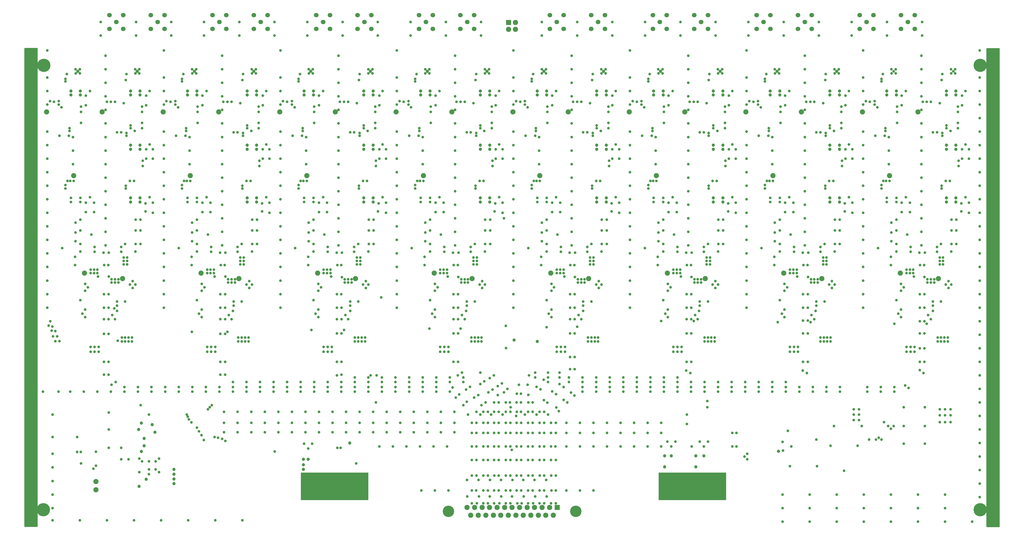
<source format=gbs>
G04 #@! TF.GenerationSoftware,KiCad,Pcbnew,(2017-12-06 revision 4e70e37f0)-master*
G04 #@! TF.CreationDate,2017-12-06T11:37:05-08:00*
G04 #@! TF.ProjectId,8CH_Amplifier,3843485F416D706C69666965722E6B69,rev?*
G04 #@! TF.SameCoordinates,Original*
G04 #@! TF.FileFunction,Soldermask,Bot*
G04 #@! TF.FilePolarity,Negative*
%FSLAX46Y46*%
G04 Gerber Fmt 4.6, Leading zero omitted, Abs format (unit mm)*
G04 Created by KiCad (PCBNEW (2017-12-06 revision 4e70e37f0)-master) date Wed Dec  6 11:37:05 2017*
%MOMM*%
%LPD*%
G01*
G04 APERTURE LIST*
%ADD10C,4.895800*%
%ADD11C,4.210000*%
%ADD12R,1.924000X1.924000*%
%ADD13C,1.924000*%
%ADD14C,1.700000*%
%ADD15C,1.900000*%
%ADD16R,5.080000X10.160000*%
%ADD17C,1.000000*%
%ADD18C,1.200000*%
%ADD19C,0.200000*%
G04 APERTURE END LIST*
D10*
X7280000Y-79566000D03*
X352720000Y-79566000D03*
X7120000Y-243650000D03*
X352720000Y-243650000D03*
D11*
X156474600Y-244230000D03*
X203515400Y-244230000D03*
D12*
X196606600Y-242807600D03*
D13*
X193838000Y-242807600D03*
X191069400Y-242807600D03*
X188300800Y-242807600D03*
X185532200Y-242807600D03*
X182763600Y-242807600D03*
X179995000Y-242807600D03*
X177226400Y-242807600D03*
X174457800Y-242807600D03*
X171689200Y-242807600D03*
X168920600Y-242807600D03*
X166152000Y-242807600D03*
X163383400Y-242807600D03*
X195222300Y-245652400D03*
X192453700Y-245652400D03*
X189685100Y-245652400D03*
X186916500Y-245652400D03*
X184147900Y-245652400D03*
X181379300Y-245652400D03*
X178610700Y-245652400D03*
X175842100Y-245652400D03*
X173073500Y-245652400D03*
X170304900Y-245652400D03*
X167536300Y-245652400D03*
X164767700Y-245652400D03*
D14*
X110250000Y-63500000D03*
X107710000Y-60960000D03*
X112790000Y-60960000D03*
X112790000Y-66040000D03*
X107710000Y-66040000D03*
X72000000Y-63500000D03*
X69460000Y-60960000D03*
X74540000Y-60960000D03*
X74540000Y-66040000D03*
X69460000Y-66040000D03*
X87250000Y-63500000D03*
X84710000Y-60960000D03*
X89790000Y-60960000D03*
X89790000Y-66040000D03*
X84710000Y-66040000D03*
X125500000Y-63500000D03*
X122960000Y-60960000D03*
X128040000Y-60960000D03*
X128040000Y-66040000D03*
X122960000Y-66040000D03*
X148250000Y-63500000D03*
X145710000Y-60960000D03*
X150790000Y-60960000D03*
X150790000Y-66040000D03*
X145710000Y-66040000D03*
X163500000Y-63500000D03*
X160960000Y-60960000D03*
X166040000Y-60960000D03*
X166040000Y-66040000D03*
X160960000Y-66040000D03*
X211750000Y-63500000D03*
X209210000Y-60960000D03*
X214290000Y-60960000D03*
X214290000Y-66040000D03*
X209210000Y-66040000D03*
X234500000Y-63500000D03*
X231960000Y-60960000D03*
X237040000Y-60960000D03*
X237040000Y-66040000D03*
X231960000Y-66040000D03*
X249750000Y-63500000D03*
X247210000Y-60960000D03*
X252290000Y-60960000D03*
X252290000Y-66040000D03*
X247210000Y-66040000D03*
X272750000Y-63500000D03*
X270210000Y-60960000D03*
X275290000Y-60960000D03*
X275290000Y-66040000D03*
X270210000Y-66040000D03*
X288000000Y-63500000D03*
X285460000Y-60960000D03*
X290540000Y-60960000D03*
X290540000Y-66040000D03*
X285460000Y-66040000D03*
X310750000Y-63500000D03*
X308210000Y-60960000D03*
X313290000Y-60960000D03*
X313290000Y-66040000D03*
X308210000Y-66040000D03*
X326000000Y-63500000D03*
X323460000Y-60960000D03*
X328540000Y-60960000D03*
X328540000Y-66040000D03*
X323460000Y-66040000D03*
X196500000Y-63500000D03*
X193960000Y-60960000D03*
X199040000Y-60960000D03*
X199040000Y-66040000D03*
X193960000Y-66040000D03*
X34000000Y-63500000D03*
X31460000Y-60960000D03*
X36540000Y-60960000D03*
X36540000Y-66040000D03*
X31460000Y-66040000D03*
X49250000Y-63500000D03*
X46710000Y-60960000D03*
X51790000Y-60960000D03*
X51790000Y-66040000D03*
X46710000Y-66040000D03*
D15*
X309250000Y-96750000D03*
X94250000Y-96750000D03*
X180350000Y-96750000D03*
X329750000Y-96750000D03*
X28750000Y-96750000D03*
X286750000Y-96750000D03*
X51250000Y-96750000D03*
X8250000Y-96750000D03*
X200750000Y-96750000D03*
X137250000Y-96750000D03*
X266250000Y-96750000D03*
X71750000Y-96750000D03*
X243750000Y-96750000D03*
X157750000Y-96750000D03*
X114750000Y-96750000D03*
X223250000Y-96750000D03*
X233250000Y-120250000D03*
X276250000Y-120250000D03*
X319250000Y-120250000D03*
X18250000Y-120250000D03*
X190250000Y-120250000D03*
X61250000Y-120250000D03*
X147250000Y-120250000D03*
X104250000Y-120250000D03*
X194250000Y-156250000D03*
X208250000Y-158250000D03*
X323250000Y-156250000D03*
X337250000Y-158250000D03*
X151250000Y-156250000D03*
X165250000Y-158250000D03*
X280250000Y-156250000D03*
X294250000Y-158250000D03*
X108250000Y-156250000D03*
X65250000Y-156250000D03*
X237250000Y-156250000D03*
X79250000Y-158250000D03*
X251250000Y-158250000D03*
X122250000Y-158250000D03*
D16*
X104600000Y-235000000D03*
X108560000Y-235000000D03*
X112520000Y-235000000D03*
X116480000Y-235000000D03*
X120440000Y-235000000D03*
X124400000Y-235000000D03*
X236600000Y-235000000D03*
X240560000Y-235000000D03*
X244520000Y-235000000D03*
X248480000Y-235000000D03*
X252440000Y-235000000D03*
X256400000Y-235000000D03*
D15*
X36250000Y-158250000D03*
X22250000Y-156250000D03*
D12*
X178730000Y-63730000D03*
D13*
X178730000Y-66270000D03*
X181270000Y-66270000D03*
X181270000Y-63730000D03*
D17*
X92400000Y-222126128D03*
X279800000Y-218600000D03*
X179900000Y-221500000D03*
X129750000Y-204000000D03*
X130000002Y-194000000D03*
X43000000Y-205000000D03*
D18*
X43251448Y-222126128D03*
D17*
X235000000Y-211500000D03*
X230000000Y-211500000D03*
X225000000Y-211500000D03*
X220000000Y-211500000D03*
X215000000Y-211500000D03*
X210000000Y-211500000D03*
X205000000Y-211500000D03*
X200000000Y-211500000D03*
X341750000Y-103750000D03*
X298750000Y-103750000D03*
X255750000Y-103750000D03*
X212750000Y-103750000D03*
X169750000Y-103750000D03*
X126750000Y-103750000D03*
X83750000Y-103750000D03*
X340250000Y-102750000D03*
X297250000Y-102750000D03*
X254250000Y-102750000D03*
X211250000Y-102750000D03*
X168250000Y-102750000D03*
X125250000Y-102750000D03*
X82250000Y-102750000D03*
X40750000Y-103750000D03*
X297500000Y-220000000D03*
X307500000Y-220000000D03*
X282500000Y-227500000D03*
X292500000Y-227500000D03*
X339750000Y-238000000D03*
X339750000Y-243000000D03*
X299750000Y-238000000D03*
X299750000Y-243000000D03*
X329750000Y-238000000D03*
X329750000Y-243000000D03*
X309750000Y-238000000D03*
X309750000Y-243000000D03*
X279750000Y-238000000D03*
X279750000Y-243000000D03*
X289750000Y-238000000D03*
X289750000Y-243000000D03*
X319750000Y-238000000D03*
X319750000Y-243000000D03*
X200000000Y-215250000D03*
X205000000Y-215250000D03*
X210000000Y-215250000D03*
X215000000Y-215250000D03*
X220000000Y-215250000D03*
X225000000Y-215250000D03*
X230000000Y-215250000D03*
X235000000Y-215250000D03*
X73750000Y-215000000D03*
X73750000Y-211500000D03*
X73750000Y-207500000D03*
X93750000Y-207500000D03*
X133750000Y-207500000D03*
X148750000Y-207500000D03*
X123750000Y-207500000D03*
X98750000Y-207500000D03*
X118750000Y-207500000D03*
X108750000Y-207500000D03*
X113750000Y-207500000D03*
X103750000Y-207500000D03*
X143750000Y-207500000D03*
X138750000Y-207500000D03*
X88750000Y-207500000D03*
X153750000Y-207500000D03*
X78750000Y-207500000D03*
X128750000Y-207500000D03*
X158750000Y-207500000D03*
X83750000Y-207500000D03*
X93750000Y-215000000D03*
X133750000Y-215000000D03*
X148750000Y-215000000D03*
X123750000Y-215000000D03*
X98750000Y-215000000D03*
X118750000Y-215000000D03*
X108750000Y-215000000D03*
X113750000Y-215000000D03*
X103750000Y-215000000D03*
X143750000Y-215000000D03*
X138750000Y-215000000D03*
X88750000Y-215000000D03*
X153750000Y-215000000D03*
X78750000Y-215000000D03*
X128750000Y-215000000D03*
X158750000Y-215000000D03*
X83750000Y-215000000D03*
X158750000Y-211500000D03*
X153750000Y-211500000D03*
X148750000Y-211500000D03*
X88750000Y-211500000D03*
X93750000Y-211500000D03*
X103750000Y-211500000D03*
X78750000Y-211500000D03*
X113750000Y-211500000D03*
X98750000Y-211500000D03*
X123750000Y-211500000D03*
X143750000Y-211500000D03*
X165150000Y-211500000D03*
X133750000Y-211500000D03*
X118750000Y-211500000D03*
X83750000Y-211500000D03*
X169400000Y-211500000D03*
X108750000Y-211500000D03*
X128750000Y-211500000D03*
X173400000Y-211500000D03*
X171100000Y-211500000D03*
X138750000Y-211500000D03*
X166850000Y-211500000D03*
X315250000Y-217000000D03*
X262750000Y-215250000D03*
X261250000Y-215250000D03*
X177000000Y-136000000D03*
X179212510Y-204000000D03*
X244500000Y-208500000D03*
X244500000Y-212000000D03*
X187600000Y-215250000D03*
X190150000Y-215250000D03*
X183350000Y-215250000D03*
X196100000Y-215250000D03*
X191850000Y-215250000D03*
X185900000Y-215250000D03*
X181650000Y-215250000D03*
X179334991Y-215250000D03*
X171100000Y-215250000D03*
X175100000Y-215250000D03*
X173400000Y-215250000D03*
X177650000Y-215250000D03*
X169400000Y-215250000D03*
X194400000Y-215250000D03*
X166850000Y-215250000D03*
X165150000Y-215250000D03*
X262750000Y-220250000D03*
X115500000Y-220750000D03*
X116750000Y-220750000D03*
D18*
X278250000Y-222000000D03*
X55250000Y-234000000D03*
X55250000Y-232250000D03*
X55250000Y-230500000D03*
X55250000Y-228750000D03*
D17*
X131750000Y-165250000D03*
X191653821Y-195653821D03*
X186000000Y-204000000D03*
X183250000Y-204000000D03*
X186250000Y-194000000D03*
X191712138Y-203126976D03*
X34250000Y-170250000D03*
X33250000Y-169250000D03*
X77000000Y-170250000D03*
X292000000Y-170250000D03*
X249000000Y-170250000D03*
X163000000Y-170250000D03*
X316750000Y-82750000D03*
X273750000Y-82750000D03*
X230750000Y-82750000D03*
X187750000Y-82750000D03*
X144750000Y-82750000D03*
X101750000Y-82750000D03*
X58750000Y-82750000D03*
X338750000Y-82750000D03*
X295750000Y-82750000D03*
X252750000Y-82750000D03*
X209750000Y-82750000D03*
X166750000Y-82750000D03*
X123750000Y-82750000D03*
X80750000Y-82750000D03*
X15750000Y-82750000D03*
X37750000Y-82750000D03*
X331500000Y-93000000D03*
X288500000Y-93000000D03*
X245500000Y-93000000D03*
X202500000Y-93000000D03*
X159500000Y-93000000D03*
X116500000Y-93000000D03*
X73500000Y-93000000D03*
X313750000Y-92750000D03*
X270750000Y-92750000D03*
X227750000Y-92750000D03*
X184750000Y-92750000D03*
X141750000Y-92750000D03*
X98750000Y-92750000D03*
X55750000Y-92750000D03*
X312000000Y-93000000D03*
X269000000Y-93000000D03*
X226000000Y-93000000D03*
X183000000Y-93000000D03*
X140000000Y-93000000D03*
X97000000Y-93000000D03*
X54000000Y-93000000D03*
X334500000Y-93000000D03*
X291500000Y-93000000D03*
X248500000Y-93000000D03*
X205500000Y-93000000D03*
X162500000Y-93000000D03*
X119500000Y-93000000D03*
X76500000Y-93000000D03*
X333000000Y-93000000D03*
X290000000Y-93000000D03*
X247000000Y-93000000D03*
X204000000Y-93000000D03*
X161000000Y-93000000D03*
X118000000Y-93000000D03*
X75000000Y-93000000D03*
X310500000Y-92750000D03*
X267500000Y-92750000D03*
X224500000Y-92750000D03*
X181500000Y-92750000D03*
X138500000Y-92750000D03*
X95500000Y-92750000D03*
X52500000Y-92750000D03*
X11000000Y-93000000D03*
X9500000Y-92750000D03*
X12750000Y-92750000D03*
X30500000Y-93000000D03*
X32000000Y-93000000D03*
X33500000Y-93000000D03*
X314000000Y-105500000D03*
X271000000Y-105500000D03*
X228000000Y-105500000D03*
X185000000Y-105500000D03*
X142000000Y-105500000D03*
X99000000Y-105500000D03*
X56000000Y-105500000D03*
X335250000Y-104250000D03*
X292250000Y-104250000D03*
X249250000Y-104250000D03*
X206250000Y-104250000D03*
X163250000Y-104250000D03*
X120250000Y-104250000D03*
X77250000Y-104250000D03*
X336750000Y-104250000D03*
X293750000Y-104250000D03*
X250750000Y-104250000D03*
X207750000Y-104250000D03*
X164750000Y-104250000D03*
X121750000Y-104250000D03*
X78750000Y-104250000D03*
X317500000Y-105500000D03*
X274500000Y-105500000D03*
X231500000Y-105500000D03*
X188500000Y-105500000D03*
X145500000Y-105500000D03*
X102500000Y-105500000D03*
X59500000Y-105500000D03*
X13000000Y-105500000D03*
X16500000Y-105500000D03*
X34250000Y-104250000D03*
X35750000Y-104250000D03*
X348500000Y-110500000D03*
X305500000Y-110500000D03*
X262500000Y-110500000D03*
X219500000Y-110500000D03*
X176500000Y-110500000D03*
X133500000Y-110500000D03*
X90500000Y-110500000D03*
X348500000Y-114000000D03*
X305500000Y-114000000D03*
X262500000Y-114000000D03*
X219500000Y-114000000D03*
X176500000Y-114000000D03*
X133500000Y-114000000D03*
X90500000Y-114000000D03*
X47500000Y-110500000D03*
X47500000Y-114000000D03*
X344750000Y-114750000D03*
X301750000Y-114750000D03*
X258750000Y-114750000D03*
X215750000Y-114750000D03*
X172750000Y-114750000D03*
X129750000Y-114750000D03*
X86750000Y-114750000D03*
X344750000Y-116750000D03*
X301750000Y-116750000D03*
X258750000Y-116750000D03*
X215750000Y-116750000D03*
X172750000Y-116750000D03*
X129750000Y-116750000D03*
X86750000Y-116750000D03*
X43750000Y-114750000D03*
X43750000Y-116750000D03*
X319250000Y-122250000D03*
X276250000Y-122250000D03*
X233250000Y-122250000D03*
X190250000Y-122250000D03*
X147250000Y-122250000D03*
X104250000Y-122250000D03*
X61250000Y-122250000D03*
X341500000Y-122250000D03*
X298500000Y-122250000D03*
X255500000Y-122250000D03*
X212500000Y-122250000D03*
X169500000Y-122250000D03*
X126500000Y-122250000D03*
X83500000Y-122250000D03*
X317000000Y-122250000D03*
X274000000Y-122250000D03*
X231000000Y-122250000D03*
X188000000Y-122250000D03*
X145000000Y-122250000D03*
X102000000Y-122250000D03*
X59000000Y-122250000D03*
X18250000Y-122250000D03*
X16000000Y-122250000D03*
X40500000Y-122250000D03*
X348500000Y-130250000D03*
X305500000Y-130250000D03*
X262500000Y-130250000D03*
X219500000Y-130250000D03*
X176500000Y-130250000D03*
X133500000Y-130250000D03*
X90500000Y-130250000D03*
X326750000Y-133750000D03*
X283750000Y-133750000D03*
X240750000Y-133750000D03*
X197750000Y-133750000D03*
X154750000Y-133750000D03*
X111750000Y-133750000D03*
X68750000Y-133750000D03*
X326750000Y-130250000D03*
X283750000Y-130250000D03*
X240750000Y-130250000D03*
X197750000Y-130250000D03*
X154750000Y-130250000D03*
X111750000Y-130250000D03*
X68750000Y-130250000D03*
X348500000Y-134000000D03*
X305500000Y-134000000D03*
X262500000Y-134000000D03*
X219500000Y-134000000D03*
X176500000Y-134000000D03*
X133500000Y-134000000D03*
X90500000Y-134000000D03*
X47500000Y-130250000D03*
X47500000Y-134000000D03*
X25750000Y-133750000D03*
X25750000Y-130250000D03*
X41000000Y-160500000D03*
X342000000Y-160500000D03*
X299000000Y-160500000D03*
X256000000Y-160500000D03*
X213000000Y-160500000D03*
X170000000Y-160500000D03*
X127000000Y-160500000D03*
X40000000Y-159250000D03*
X341000000Y-159250000D03*
X298000000Y-159250000D03*
X255000000Y-159250000D03*
X212000000Y-159250000D03*
X169000000Y-159250000D03*
X126000000Y-159250000D03*
X39000000Y-160500000D03*
X340000000Y-160500000D03*
X297000000Y-160500000D03*
X254000000Y-160500000D03*
X211000000Y-160500000D03*
X168000000Y-160500000D03*
X125000000Y-160500000D03*
X40000000Y-161750000D03*
X341000000Y-161750000D03*
X298000000Y-161750000D03*
X255000000Y-161750000D03*
X212000000Y-161750000D03*
X169000000Y-161750000D03*
X126000000Y-161750000D03*
X84000000Y-160500000D03*
X83000000Y-161750000D03*
X83000000Y-159250000D03*
X82000000Y-160500000D03*
X27250000Y-157500000D03*
X328250000Y-157500000D03*
X285250000Y-157500000D03*
X242250000Y-157500000D03*
X199250000Y-157500000D03*
X156250000Y-157500000D03*
X113250000Y-157500000D03*
X70250000Y-157500000D03*
X21500000Y-171250000D03*
X322500000Y-171250000D03*
X279500000Y-171250000D03*
X236500000Y-171250000D03*
X193500000Y-171250000D03*
X150500000Y-171250000D03*
X107500000Y-171250000D03*
X22500000Y-162750000D03*
X323500000Y-162750000D03*
X280500000Y-162750000D03*
X237500000Y-162750000D03*
X194500000Y-162750000D03*
X151500000Y-162750000D03*
X108500000Y-162750000D03*
X20750000Y-166250000D03*
X321750000Y-166250000D03*
X278750000Y-166250000D03*
X235750000Y-166250000D03*
X192750000Y-166250000D03*
X149750000Y-166250000D03*
X106750000Y-166250000D03*
X22500000Y-172500000D03*
X323500000Y-172500000D03*
X280500000Y-172500000D03*
X237500000Y-172500000D03*
X194500000Y-172500000D03*
X151500000Y-172500000D03*
X108500000Y-172500000D03*
X23500000Y-161500000D03*
X324500000Y-161500000D03*
X281500000Y-161500000D03*
X238500000Y-161500000D03*
X195500000Y-161500000D03*
X152500000Y-161500000D03*
X109500000Y-161500000D03*
X22500000Y-160250000D03*
X323500000Y-160250000D03*
X280500000Y-160250000D03*
X237500000Y-160250000D03*
X194500000Y-160250000D03*
X151500000Y-160250000D03*
X108500000Y-160250000D03*
X22500000Y-169750000D03*
X323500000Y-169750000D03*
X280500000Y-169750000D03*
X237500000Y-169750000D03*
X194500000Y-169750000D03*
X151500000Y-169750000D03*
X108500000Y-169750000D03*
X65500000Y-162750000D03*
X65500000Y-160250000D03*
X66500000Y-161500000D03*
X63750000Y-166250000D03*
X65500000Y-169750000D03*
X64500000Y-171250000D03*
X65500000Y-172500000D03*
X32500000Y-171750000D03*
X333500000Y-171750000D03*
X290500000Y-171750000D03*
X247500000Y-171750000D03*
X204500000Y-171750000D03*
X161500000Y-171750000D03*
X118500000Y-171750000D03*
X335250000Y-170250000D03*
X206250000Y-170250000D03*
X120250000Y-170250000D03*
X33500000Y-173250000D03*
X334500000Y-173250000D03*
X291500000Y-173250000D03*
X248500000Y-173250000D03*
X205500000Y-173250000D03*
X162500000Y-173250000D03*
X119500000Y-173250000D03*
X34250000Y-166750000D03*
X335250000Y-166750000D03*
X292250000Y-166750000D03*
X249250000Y-166750000D03*
X206250000Y-166750000D03*
X163250000Y-166750000D03*
X120250000Y-166750000D03*
X37250000Y-166750000D03*
X338250000Y-166750000D03*
X295250000Y-166750000D03*
X252250000Y-166750000D03*
X209250000Y-166750000D03*
X166250000Y-166750000D03*
X123250000Y-166750000D03*
X34250000Y-168250000D03*
X335250000Y-168250000D03*
X292250000Y-168250000D03*
X249250000Y-168250000D03*
X206250000Y-168250000D03*
X163250000Y-168250000D03*
X120250000Y-168250000D03*
X76500000Y-173250000D03*
X75500000Y-171750000D03*
X77250000Y-168250000D03*
X80250000Y-166750000D03*
X77250000Y-166750000D03*
X6900000Y-200050000D03*
X12700000Y-200050000D03*
X17000000Y-200050000D03*
X22000000Y-200050000D03*
X27000000Y-200050000D03*
X32000000Y-200050000D03*
X131000000Y-220250000D03*
X136000000Y-220250000D03*
X141000000Y-220250000D03*
X151000000Y-220250000D03*
X146000000Y-220250000D03*
X156000000Y-220250000D03*
X151500000Y-236500000D03*
X156500000Y-236500000D03*
X146500000Y-236500000D03*
X210000000Y-236500000D03*
X200000000Y-236500000D03*
X205000000Y-236500000D03*
X246250000Y-220250000D03*
X235000000Y-220250000D03*
X230000000Y-220250000D03*
X225000000Y-220250000D03*
X220000000Y-220250000D03*
X215000000Y-220250000D03*
X210000000Y-220250000D03*
X205000000Y-220250000D03*
X200000000Y-220250000D03*
X320750000Y-212750000D03*
X314250000Y-217750000D03*
X316250000Y-217750000D03*
X319750000Y-213750000D03*
X266750000Y-225000000D03*
X266750000Y-223000000D03*
X252000000Y-203500000D03*
X252000000Y-205750000D03*
X352500000Y-239000000D03*
X352500000Y-234000000D03*
X352500000Y-229000000D03*
X352500000Y-224000000D03*
X352500000Y-219000000D03*
X352500000Y-214000000D03*
X352500000Y-209000000D03*
X352500000Y-204000000D03*
X352500000Y-199000000D03*
X352500000Y-194000000D03*
X352500000Y-189000000D03*
X352500000Y-184000000D03*
X352500000Y-179000000D03*
X352500000Y-174000000D03*
X319950000Y-144500000D03*
X276950000Y-144500000D03*
X233950000Y-144500000D03*
X190950000Y-144500000D03*
X147950000Y-144500000D03*
X104950000Y-144500000D03*
X61950000Y-144500000D03*
X321750000Y-148250000D03*
X278750000Y-148250000D03*
X235750000Y-148250000D03*
X192750000Y-148250000D03*
X149750000Y-148250000D03*
X106750000Y-148250000D03*
X63750000Y-148250000D03*
X343900000Y-145500000D03*
X300900000Y-145500000D03*
X257900000Y-145500000D03*
X214900000Y-145500000D03*
X171900000Y-145500000D03*
X128900000Y-145500000D03*
X85900000Y-145500000D03*
X321750000Y-136500000D03*
X278750000Y-136500000D03*
X235750000Y-136500000D03*
X192750000Y-136500000D03*
X149750000Y-136500000D03*
X106750000Y-136500000D03*
X63750000Y-136500000D03*
X336750000Y-146600000D03*
X293750000Y-146600000D03*
X250750000Y-146600000D03*
X207750000Y-146600000D03*
X164750000Y-146600000D03*
X121750000Y-146600000D03*
X78750000Y-146600000D03*
X343900000Y-140500000D03*
X300900000Y-140500000D03*
X257900000Y-140500000D03*
X214900000Y-140500000D03*
X171900000Y-140500000D03*
X128900000Y-140500000D03*
X85900000Y-140500000D03*
X327000000Y-148400000D03*
X284000000Y-148400000D03*
X241000000Y-148400000D03*
X198000000Y-148400000D03*
X155000000Y-148400000D03*
X112000000Y-148400000D03*
X69000000Y-148400000D03*
X321750000Y-140500000D03*
X278750000Y-140500000D03*
X235750000Y-140500000D03*
X192750000Y-140500000D03*
X149750000Y-140500000D03*
X106750000Y-140500000D03*
X63750000Y-140500000D03*
X327000000Y-146600000D03*
X284000000Y-146600000D03*
X241000000Y-146600000D03*
X198000000Y-146600000D03*
X155000000Y-146600000D03*
X112000000Y-146600000D03*
X69000000Y-146600000D03*
X342100000Y-140500000D03*
X299100000Y-140500000D03*
X256100000Y-140500000D03*
X213100000Y-140500000D03*
X170100000Y-140500000D03*
X127100000Y-140500000D03*
X84100000Y-140500000D03*
X321750000Y-145500000D03*
X278750000Y-145500000D03*
X235750000Y-145500000D03*
X192750000Y-145500000D03*
X149750000Y-145500000D03*
X106750000Y-145500000D03*
X63750000Y-145500000D03*
X342000000Y-148250000D03*
X299000000Y-148250000D03*
X256000000Y-148250000D03*
X213000000Y-148250000D03*
X170000000Y-148250000D03*
X127000000Y-148250000D03*
X84000000Y-148250000D03*
X319950000Y-141250000D03*
X276950000Y-141250000D03*
X233950000Y-141250000D03*
X190950000Y-141250000D03*
X147950000Y-141250000D03*
X104950000Y-141250000D03*
X61950000Y-141250000D03*
X319950000Y-137600000D03*
X276950000Y-137600000D03*
X233950000Y-137600000D03*
X190950000Y-137600000D03*
X147950000Y-137600000D03*
X104950000Y-137600000D03*
X61950000Y-137600000D03*
X342100000Y-136500000D03*
X299100000Y-136500000D03*
X256100000Y-136500000D03*
X213100000Y-136500000D03*
X170100000Y-136500000D03*
X127100000Y-136500000D03*
X84100000Y-136500000D03*
X343900000Y-136500000D03*
X300900000Y-136500000D03*
X257900000Y-136500000D03*
X214900000Y-136500000D03*
X171900000Y-136500000D03*
X128900000Y-136500000D03*
X85900000Y-136500000D03*
X336750000Y-148400000D03*
X293750000Y-148400000D03*
X250750000Y-148400000D03*
X207750000Y-148400000D03*
X164750000Y-148400000D03*
X121750000Y-148400000D03*
X78750000Y-148400000D03*
X342100000Y-145500000D03*
X299100000Y-145500000D03*
X256100000Y-145500000D03*
X213100000Y-145500000D03*
X170100000Y-145500000D03*
X127100000Y-145500000D03*
X84100000Y-145500000D03*
X20750000Y-148250000D03*
X41000000Y-148250000D03*
X18950000Y-144500000D03*
X35750000Y-146600000D03*
X35750000Y-148400000D03*
X26000000Y-148400000D03*
X26000000Y-146600000D03*
X18950000Y-141250000D03*
X18950000Y-137600000D03*
X41100000Y-136500000D03*
X41100000Y-140500000D03*
X41100000Y-145500000D03*
X42900000Y-145500000D03*
X42900000Y-140500000D03*
X42900000Y-136500000D03*
X20750000Y-145500000D03*
X20750000Y-140500000D03*
X20750000Y-136500000D03*
X319000000Y-116000000D03*
X276000000Y-116000000D03*
X233000000Y-116000000D03*
X190000000Y-116000000D03*
X147000000Y-116000000D03*
X104000000Y-116000000D03*
X61000000Y-116000000D03*
X18000000Y-116000000D03*
X319000000Y-111000000D03*
X276000000Y-111000000D03*
X233000000Y-111000000D03*
X190000000Y-111000000D03*
X147000000Y-111000000D03*
X104000000Y-111000000D03*
X61000000Y-111000000D03*
X18000000Y-111000000D03*
X319000000Y-106000000D03*
X276000000Y-106000000D03*
X233000000Y-106000000D03*
X190000000Y-106000000D03*
X147000000Y-106000000D03*
X104000000Y-106000000D03*
X61000000Y-106000000D03*
X18000000Y-106000000D03*
X344500000Y-96750000D03*
X301500000Y-96750000D03*
X258500000Y-96750000D03*
X215500000Y-96750000D03*
X172500000Y-96750000D03*
X129500000Y-96750000D03*
X86500000Y-96750000D03*
X322000000Y-100750000D03*
X279000000Y-100750000D03*
X236000000Y-100750000D03*
X193000000Y-100750000D03*
X150000000Y-100750000D03*
X107000000Y-100750000D03*
X64000000Y-100750000D03*
X340000000Y-122250000D03*
X297000000Y-122250000D03*
X254000000Y-122250000D03*
X211000000Y-122250000D03*
X168000000Y-122250000D03*
X125000000Y-122250000D03*
X82000000Y-122250000D03*
X344500000Y-94750000D03*
X301500000Y-94750000D03*
X258500000Y-94750000D03*
X215500000Y-94750000D03*
X172500000Y-94750000D03*
X129500000Y-94750000D03*
X86500000Y-94750000D03*
X344500000Y-100750000D03*
X301500000Y-100750000D03*
X258500000Y-100750000D03*
X215500000Y-100750000D03*
X172500000Y-100750000D03*
X129500000Y-100750000D03*
X86500000Y-100750000D03*
X313750000Y-94000000D03*
X270750000Y-94000000D03*
X227750000Y-94000000D03*
X184750000Y-94000000D03*
X141750000Y-94000000D03*
X98750000Y-94000000D03*
X55750000Y-94000000D03*
X344500000Y-102750000D03*
X301500000Y-102750000D03*
X258500000Y-102750000D03*
X215500000Y-102750000D03*
X172500000Y-102750000D03*
X129500000Y-102750000D03*
X86500000Y-102750000D03*
X322000000Y-94750000D03*
X279000000Y-94750000D03*
X236000000Y-94750000D03*
X193000000Y-94750000D03*
X150000000Y-94750000D03*
X107000000Y-94750000D03*
X64000000Y-94750000D03*
X322000000Y-96750000D03*
X279000000Y-96750000D03*
X236000000Y-96750000D03*
X193000000Y-96750000D03*
X150000000Y-96750000D03*
X107000000Y-96750000D03*
X64000000Y-96750000D03*
X318000000Y-122250000D03*
X275000000Y-122250000D03*
X232000000Y-122250000D03*
X189000000Y-122250000D03*
X146000000Y-122250000D03*
X103000000Y-122250000D03*
X60000000Y-122250000D03*
X12750000Y-94000000D03*
X21000000Y-94750000D03*
X21000000Y-96750000D03*
X21000000Y-100750000D03*
X43500000Y-100750000D03*
X43500000Y-94750000D03*
X43500000Y-96750000D03*
X43500000Y-102750000D03*
X39250000Y-102750000D03*
X17000000Y-122250000D03*
X39000000Y-122250000D03*
X319750000Y-150250000D03*
X276750000Y-150250000D03*
X233750000Y-150250000D03*
X190750000Y-150250000D03*
X147750000Y-150250000D03*
X104750000Y-150250000D03*
X61750000Y-150250000D03*
X319750000Y-153250000D03*
X276750000Y-153250000D03*
X233750000Y-153250000D03*
X190750000Y-153250000D03*
X147750000Y-153250000D03*
X104750000Y-153250000D03*
X61750000Y-153250000D03*
X18750000Y-153250000D03*
X18750000Y-150250000D03*
X168250000Y-193000000D03*
X179334991Y-220250000D03*
X179334991Y-207500000D03*
X179334991Y-211500000D03*
X319750000Y-248000000D03*
X289750000Y-248000000D03*
X279750000Y-248000000D03*
X309750000Y-248000000D03*
X329750000Y-248000000D03*
X299750000Y-248000000D03*
X349750000Y-248000000D03*
X339750000Y-248000000D03*
X80500000Y-247500000D03*
X70500000Y-247500000D03*
X60500000Y-247500000D03*
X50500000Y-247500000D03*
X40500000Y-247500000D03*
X30500000Y-247500000D03*
X20500000Y-247500000D03*
X10500000Y-247500000D03*
X10500000Y-243000000D03*
X10500000Y-238000000D03*
X10500000Y-233000000D03*
X10500000Y-228000000D03*
X10500000Y-223000000D03*
X19500000Y-216750000D03*
X10500000Y-216750000D03*
X10500000Y-208500000D03*
X19500000Y-222250000D03*
X31200000Y-220750000D03*
X35750000Y-220750000D03*
X38500000Y-225000000D03*
X35750000Y-225000000D03*
X236000000Y-196500000D03*
X221000000Y-196500000D03*
X211000000Y-196500000D03*
X201000000Y-196500000D03*
X226000000Y-196500000D03*
X241000000Y-196500000D03*
X193250000Y-196450000D03*
X231000000Y-196500000D03*
X216000000Y-196500000D03*
X206000000Y-196500000D03*
X246000000Y-196500000D03*
X251000000Y-196500000D03*
X256000000Y-196500000D03*
X261000000Y-196500000D03*
X266000000Y-196500000D03*
X271000000Y-196500000D03*
X276000000Y-196500000D03*
X281000000Y-196500000D03*
X281000000Y-198300000D03*
X276000000Y-198300000D03*
X271000000Y-198300000D03*
X266000000Y-198300000D03*
X231000000Y-198300000D03*
X226000000Y-198300000D03*
X261000000Y-198300000D03*
X211000000Y-198300000D03*
X251000000Y-198300000D03*
X206000000Y-198300000D03*
X199000000Y-198300000D03*
X221000000Y-198300000D03*
X216000000Y-198300000D03*
X236000000Y-198300000D03*
X241000000Y-198300000D03*
X246000000Y-198300000D03*
X256000000Y-198300000D03*
X204000000Y-68500000D03*
X204000000Y-63500000D03*
X217000000Y-68500000D03*
X293200000Y-63500000D03*
X331300000Y-63500000D03*
X293200000Y-68500000D03*
X267200000Y-63500000D03*
X255100000Y-68500000D03*
X305300000Y-68500000D03*
X229100000Y-68500000D03*
X191000000Y-68500000D03*
X305300000Y-63500000D03*
X255100000Y-63500000D03*
X318300000Y-63500000D03*
X280200000Y-63500000D03*
X318300000Y-68500000D03*
X191000000Y-63500000D03*
X217000000Y-63500000D03*
X267200000Y-68500000D03*
X229100000Y-63500000D03*
X280200000Y-68500000D03*
X242100000Y-68500000D03*
X242100000Y-63500000D03*
X331300000Y-68500000D03*
X155550000Y-68500000D03*
X117450000Y-68500000D03*
X79350000Y-68500000D03*
X155550000Y-63500000D03*
X117450000Y-63500000D03*
X79350000Y-63500000D03*
X168550000Y-68500000D03*
X130450000Y-68500000D03*
X92350000Y-68500000D03*
X142550000Y-68500000D03*
X104450000Y-68500000D03*
X66350000Y-68500000D03*
X142550000Y-63500000D03*
X104450000Y-63500000D03*
X66350000Y-63500000D03*
X168550000Y-63500000D03*
X130450000Y-63500000D03*
X92350000Y-63500000D03*
X54250000Y-68500000D03*
X41250000Y-68500000D03*
X54250000Y-63500000D03*
X41250000Y-63500000D03*
X28250000Y-68500000D03*
X28250000Y-63500000D03*
X331000000Y-76000000D03*
X288000000Y-76000000D03*
X245000000Y-76000000D03*
X202000000Y-76000000D03*
X159000000Y-76000000D03*
X116000000Y-76000000D03*
X73000000Y-76000000D03*
X331000000Y-91000000D03*
X288000000Y-91000000D03*
X245000000Y-91000000D03*
X202000000Y-91000000D03*
X159000000Y-91000000D03*
X116000000Y-91000000D03*
X73000000Y-91000000D03*
X331000000Y-111000000D03*
X288000000Y-111000000D03*
X245000000Y-111000000D03*
X202000000Y-111000000D03*
X159000000Y-111000000D03*
X116000000Y-111000000D03*
X73000000Y-111000000D03*
X331000000Y-106000000D03*
X288000000Y-106000000D03*
X245000000Y-106000000D03*
X202000000Y-106000000D03*
X159000000Y-106000000D03*
X116000000Y-106000000D03*
X73000000Y-106000000D03*
X331000000Y-146000000D03*
X288000000Y-146000000D03*
X245000000Y-146000000D03*
X202000000Y-146000000D03*
X159000000Y-146000000D03*
X116000000Y-146000000D03*
X73000000Y-146000000D03*
X331000000Y-126000000D03*
X288000000Y-126000000D03*
X245000000Y-126000000D03*
X202000000Y-126000000D03*
X159000000Y-126000000D03*
X116000000Y-126000000D03*
X73000000Y-126000000D03*
X331000000Y-131000000D03*
X288000000Y-131000000D03*
X245000000Y-131000000D03*
X202000000Y-131000000D03*
X159000000Y-131000000D03*
X116000000Y-131000000D03*
X73000000Y-131000000D03*
X331000000Y-116000000D03*
X288000000Y-116000000D03*
X245000000Y-116000000D03*
X202000000Y-116000000D03*
X159000000Y-116000000D03*
X116000000Y-116000000D03*
X73000000Y-116000000D03*
X331000000Y-96000000D03*
X288000000Y-96000000D03*
X245000000Y-96000000D03*
X202000000Y-96000000D03*
X159000000Y-96000000D03*
X116000000Y-96000000D03*
X73000000Y-96000000D03*
X331000000Y-141000000D03*
X288000000Y-141000000D03*
X245000000Y-141000000D03*
X202000000Y-141000000D03*
X159000000Y-141000000D03*
X116000000Y-141000000D03*
X73000000Y-141000000D03*
X331000000Y-81000000D03*
X288000000Y-81000000D03*
X245000000Y-81000000D03*
X202000000Y-81000000D03*
X159000000Y-81000000D03*
X116000000Y-81000000D03*
X73000000Y-81000000D03*
X331000000Y-86000000D03*
X288000000Y-86000000D03*
X245000000Y-86000000D03*
X202000000Y-86000000D03*
X159000000Y-86000000D03*
X116000000Y-86000000D03*
X73000000Y-86000000D03*
X331000000Y-101000000D03*
X288000000Y-101000000D03*
X245000000Y-101000000D03*
X202000000Y-101000000D03*
X159000000Y-101000000D03*
X116000000Y-101000000D03*
X73000000Y-101000000D03*
X331000000Y-136000000D03*
X288000000Y-136000000D03*
X245000000Y-136000000D03*
X202000000Y-136000000D03*
X159000000Y-136000000D03*
X116000000Y-136000000D03*
X73000000Y-136000000D03*
X331000000Y-121000000D03*
X288000000Y-121000000D03*
X245000000Y-121000000D03*
X202000000Y-121000000D03*
X159000000Y-121000000D03*
X116000000Y-121000000D03*
X73000000Y-121000000D03*
X30000000Y-76000000D03*
X30000000Y-81000000D03*
X30000000Y-86000000D03*
X30000000Y-91000000D03*
X30000000Y-96000000D03*
X30000000Y-101000000D03*
X30000000Y-106000000D03*
X30000000Y-111000000D03*
X30000000Y-116000000D03*
X30000000Y-121000000D03*
X30000000Y-126000000D03*
X30000000Y-131000000D03*
X30000000Y-136000000D03*
X30000000Y-141000000D03*
X30000000Y-146000000D03*
X352500000Y-99000000D03*
X352500000Y-104000000D03*
X309500000Y-104000000D03*
X266500000Y-104000000D03*
X223500000Y-104000000D03*
X180500000Y-104000000D03*
X137500000Y-104000000D03*
X94500000Y-104000000D03*
X51500000Y-104000000D03*
X352500000Y-109000000D03*
X309500000Y-109000000D03*
X266500000Y-109000000D03*
X223500000Y-109000000D03*
X180500000Y-109000000D03*
X137500000Y-109000000D03*
X94500000Y-109000000D03*
X51500000Y-109000000D03*
X352500000Y-114000000D03*
X309500000Y-114000000D03*
X266500000Y-114000000D03*
X223500000Y-114000000D03*
X180500000Y-114000000D03*
X137500000Y-114000000D03*
X94500000Y-114000000D03*
X51500000Y-114000000D03*
X352500000Y-144000000D03*
X309500000Y-144000000D03*
X266500000Y-144000000D03*
X223500000Y-144000000D03*
X180500000Y-144000000D03*
X137500000Y-144000000D03*
X94500000Y-144000000D03*
X51500000Y-144000000D03*
X352500000Y-164000000D03*
X309500000Y-164000000D03*
X266500000Y-164000000D03*
X223500000Y-164000000D03*
X180500000Y-164000000D03*
X137500000Y-164000000D03*
X94500000Y-164000000D03*
X51500000Y-164000000D03*
X352500000Y-74000000D03*
X309500000Y-74000000D03*
X266500000Y-74000000D03*
X223500000Y-74000000D03*
X180500000Y-74000000D03*
X137500000Y-74000000D03*
X94500000Y-74000000D03*
X51500000Y-74000000D03*
X352500000Y-84000000D03*
X309500000Y-84000000D03*
X266500000Y-84000000D03*
X223500000Y-84000000D03*
X180500000Y-84000000D03*
X137500000Y-84000000D03*
X94500000Y-84000000D03*
X51500000Y-84000000D03*
X352500000Y-134000000D03*
X309500000Y-134000000D03*
X266500000Y-134000000D03*
X223500000Y-134000000D03*
X180500000Y-134000000D03*
X137500000Y-134000000D03*
X94500000Y-134000000D03*
X51500000Y-134000000D03*
X352500000Y-139000000D03*
X309500000Y-139000000D03*
X266500000Y-139000000D03*
X223500000Y-139000000D03*
X180500000Y-139000000D03*
X137500000Y-139000000D03*
X94500000Y-139000000D03*
X51500000Y-139000000D03*
X352500000Y-149000000D03*
X309500000Y-149000000D03*
X266500000Y-149000000D03*
X223500000Y-149000000D03*
X180500000Y-149000000D03*
X137500000Y-149000000D03*
X94500000Y-149000000D03*
X51500000Y-149000000D03*
X352500000Y-89000000D03*
X309500000Y-89000000D03*
X266500000Y-89000000D03*
X223500000Y-89000000D03*
X180500000Y-89000000D03*
X137500000Y-89000000D03*
X94500000Y-89000000D03*
X51500000Y-89000000D03*
X352500000Y-94000000D03*
X309500000Y-94000000D03*
X266500000Y-94000000D03*
X223500000Y-94000000D03*
X180500000Y-94000000D03*
X137500000Y-94000000D03*
X94500000Y-94000000D03*
X51500000Y-94000000D03*
X352500000Y-169000000D03*
X309500000Y-169000000D03*
X266500000Y-169000000D03*
X223500000Y-169000000D03*
X180500000Y-169000000D03*
X137500000Y-169000000D03*
X94500000Y-169000000D03*
X51500000Y-169000000D03*
X352500000Y-124000000D03*
X309500000Y-124000000D03*
X266500000Y-124000000D03*
X223500000Y-124000000D03*
X180500000Y-124000000D03*
X137500000Y-124000000D03*
X94500000Y-124000000D03*
X51500000Y-124000000D03*
X352500000Y-129000000D03*
X309500000Y-129000000D03*
X266500000Y-129000000D03*
X223500000Y-129000000D03*
X180500000Y-129000000D03*
X137500000Y-129000000D03*
X94500000Y-129000000D03*
X51500000Y-129000000D03*
X352500000Y-154000000D03*
X309500000Y-154000000D03*
X266500000Y-154000000D03*
X223500000Y-154000000D03*
X180500000Y-154000000D03*
X137500000Y-154000000D03*
X94500000Y-154000000D03*
X51500000Y-154000000D03*
X352500000Y-119000000D03*
X309500000Y-119000000D03*
X266500000Y-119000000D03*
X223500000Y-119000000D03*
X180500000Y-119000000D03*
X137500000Y-119000000D03*
X94500000Y-119000000D03*
X51500000Y-119000000D03*
X352500000Y-159000000D03*
X309500000Y-159000000D03*
X266500000Y-159000000D03*
X223500000Y-159000000D03*
X180500000Y-159000000D03*
X137500000Y-159000000D03*
X94500000Y-159000000D03*
X51500000Y-159000000D03*
X8500000Y-74000000D03*
X8500000Y-84000000D03*
X8500000Y-89000000D03*
X8500000Y-94000000D03*
X8500000Y-104000000D03*
X8500000Y-109000000D03*
X8500000Y-114000000D03*
X8500000Y-119000000D03*
X8500000Y-124000000D03*
X8500000Y-129000000D03*
X8500000Y-134000000D03*
X8500000Y-139000000D03*
X8500000Y-144000000D03*
X8500000Y-149000000D03*
X8500000Y-154000000D03*
X8500000Y-159000000D03*
X8500000Y-164000000D03*
X8500000Y-169000000D03*
X74100000Y-193750000D03*
X343500000Y-82500000D03*
X300500000Y-82500000D03*
X257500000Y-82500000D03*
X214500000Y-82500000D03*
X171500000Y-82500000D03*
X128500000Y-82500000D03*
X85500000Y-82500000D03*
X343500000Y-81000000D03*
X300500000Y-81000000D03*
X257500000Y-81000000D03*
X214500000Y-81000000D03*
X171500000Y-81000000D03*
X128500000Y-81000000D03*
X85500000Y-81000000D03*
X341937490Y-80992687D03*
X298937490Y-80992687D03*
X255937490Y-80992687D03*
X212937490Y-80992687D03*
X169937490Y-80992687D03*
X126937490Y-80992687D03*
X83937490Y-80992687D03*
X321500000Y-81000000D03*
X278500000Y-81000000D03*
X235500000Y-81000000D03*
X192500000Y-81000000D03*
X149500000Y-81000000D03*
X106500000Y-81000000D03*
X63500000Y-81000000D03*
X321500000Y-82500000D03*
X278500000Y-82500000D03*
X235500000Y-82500000D03*
X192500000Y-82500000D03*
X149500000Y-82500000D03*
X106500000Y-82500000D03*
X63500000Y-82500000D03*
X319937490Y-80992687D03*
X276937490Y-80992687D03*
X233937490Y-80992687D03*
X190937490Y-80992687D03*
X147937490Y-80992687D03*
X104937490Y-80992687D03*
X61937490Y-80992687D03*
X320000000Y-82500000D03*
X277000000Y-82500000D03*
X234000000Y-82500000D03*
X191000000Y-82500000D03*
X148000000Y-82500000D03*
X105000000Y-82500000D03*
X62000000Y-82500000D03*
X342000000Y-82500000D03*
X299000000Y-82500000D03*
X256000000Y-82500000D03*
X213000000Y-82500000D03*
X170000000Y-82500000D03*
X127000000Y-82500000D03*
X84000000Y-82500000D03*
X42500000Y-81000000D03*
X42500000Y-82500000D03*
X40937490Y-80992687D03*
X41000000Y-82500000D03*
X18937490Y-80992687D03*
X20500000Y-81000000D03*
X19000000Y-82500000D03*
X20500000Y-82500000D03*
X200400000Y-204023790D03*
X193000000Y-204123790D03*
X321000000Y-198300000D03*
X32250000Y-197500000D03*
X33750000Y-196500000D03*
X37000000Y-198300000D03*
X37000000Y-200050000D03*
X42000000Y-200050000D03*
X47000000Y-200050000D03*
X52000000Y-200050000D03*
X57000000Y-200050000D03*
X42000000Y-198300000D03*
X47000000Y-198300000D03*
X52000000Y-198300000D03*
X57000000Y-198300000D03*
X137000000Y-194750000D03*
X132000000Y-194750000D03*
X127000000Y-194750000D03*
X122000000Y-194750000D03*
X162000000Y-194750000D03*
X157000000Y-194750000D03*
X147000000Y-194750000D03*
X142000000Y-194750000D03*
X152000000Y-194750000D03*
X67000000Y-200050000D03*
X97000000Y-200050000D03*
X107000000Y-200050000D03*
X152000000Y-200050000D03*
X77000000Y-200050000D03*
X92000000Y-200050000D03*
X132000000Y-200050000D03*
X82000000Y-200050000D03*
X147000000Y-200050000D03*
X87000000Y-200050000D03*
X117000000Y-200050000D03*
X72000000Y-200050000D03*
X142000000Y-200050000D03*
X102000000Y-200050000D03*
X112000000Y-200050000D03*
X62000000Y-200050000D03*
X127000000Y-200050000D03*
X122000000Y-200050000D03*
X137000000Y-200050000D03*
X77000000Y-196500000D03*
X82000000Y-196500000D03*
X87000000Y-196500000D03*
X92000000Y-196500000D03*
X97000000Y-196500000D03*
X102000000Y-196500000D03*
X107000000Y-196500000D03*
X112000000Y-196500000D03*
X117000000Y-196500000D03*
X122000000Y-196500000D03*
X127000000Y-196500000D03*
X132000000Y-196500000D03*
X137000000Y-196500000D03*
X142000000Y-196500000D03*
X147000000Y-196500000D03*
X152000000Y-196500000D03*
X157000000Y-196500000D03*
X162000000Y-196500000D03*
X158000000Y-198500000D03*
X62000000Y-198300000D03*
X67000000Y-198300000D03*
X72000000Y-198300000D03*
X77000000Y-198300000D03*
X82000000Y-198300000D03*
X87000000Y-198300000D03*
X92000000Y-198300000D03*
X97000000Y-198300000D03*
X102000000Y-198300000D03*
X107000000Y-198300000D03*
X112000000Y-198300000D03*
X117000000Y-198300000D03*
X122000000Y-198300000D03*
X127000000Y-198300000D03*
X132000000Y-198300000D03*
X137000000Y-198300000D03*
X142000000Y-198300000D03*
X147000000Y-198300000D03*
X152000000Y-198300000D03*
X166850000Y-207500000D03*
X163250000Y-203750000D03*
X160500000Y-201000000D03*
X157000000Y-200050000D03*
X159250000Y-202250000D03*
X162000000Y-205000000D03*
X177000000Y-200250000D03*
X178250000Y-199000000D03*
X173250000Y-194000000D03*
X174750000Y-198000000D03*
X171750000Y-195000000D03*
X176250000Y-197000000D03*
X174750000Y-201250000D03*
X171250000Y-200250000D03*
X168250000Y-197250000D03*
X172750000Y-199250000D03*
X169750000Y-196250000D03*
X163000000Y-199250000D03*
X164500000Y-198250000D03*
X166000000Y-202250000D03*
X167500000Y-201250000D03*
X168750000Y-205000000D03*
X170250000Y-204000000D03*
X173400000Y-204000000D03*
X175100000Y-204000000D03*
X177650000Y-204000000D03*
X181650000Y-204000000D03*
X183250000Y-200750000D03*
X181750000Y-200750000D03*
X187600000Y-204000000D03*
X186000000Y-201200000D03*
X193250000Y-194750000D03*
X197500000Y-194750000D03*
X197500000Y-193000000D03*
X193250000Y-193000000D03*
X188500000Y-193000000D03*
X182500000Y-197500000D03*
X188500000Y-194750000D03*
X185750000Y-197450000D03*
X190500000Y-199200000D03*
X189000000Y-198200000D03*
X196250000Y-200950000D03*
X197500000Y-197200000D03*
X194750000Y-199950000D03*
X241000000Y-194750000D03*
X216000000Y-194750000D03*
X211000000Y-194750000D03*
X201000000Y-194750000D03*
X206000000Y-194750000D03*
X221000000Y-194750000D03*
X226000000Y-194750000D03*
X236000000Y-194750000D03*
X231000000Y-194750000D03*
X31100000Y-173250000D03*
X74100000Y-173250000D03*
X117100000Y-173250000D03*
X160100000Y-173250000D03*
X203100000Y-173250000D03*
X246100000Y-173250000D03*
X29400000Y-164000000D03*
X72400000Y-164000000D03*
X115400000Y-164000000D03*
X158400000Y-164000000D03*
X201400000Y-164000000D03*
X244400000Y-164000000D03*
X31100000Y-193750000D03*
X117100000Y-193750000D03*
X161500000Y-193000000D03*
X203100000Y-191750000D03*
X245750000Y-193200000D03*
X29400000Y-169000000D03*
X72400000Y-169000000D03*
X115400000Y-169000000D03*
X158400000Y-169000000D03*
X201400000Y-169000000D03*
X244400000Y-169000000D03*
X29400000Y-193750000D03*
X72400000Y-193750000D03*
X115400000Y-194000000D03*
X160000000Y-194000000D03*
X201400000Y-191750000D03*
X244250000Y-192200000D03*
X29400000Y-189000000D03*
X72400000Y-189000000D03*
X115400000Y-189000000D03*
X158400000Y-189000000D03*
X201400000Y-187200000D03*
X244400000Y-189000000D03*
X31100000Y-164000000D03*
X74100000Y-164000000D03*
X117000000Y-164000000D03*
X160100000Y-164000000D03*
X203100000Y-164000000D03*
X246100000Y-164000000D03*
X29250000Y-148750000D03*
X72250000Y-148750000D03*
X115250000Y-148750000D03*
X158250000Y-148750000D03*
X201250000Y-148750000D03*
X244250000Y-148750000D03*
X31250000Y-157500000D03*
X74250000Y-157500000D03*
X117250000Y-157750000D03*
X160150000Y-157650000D03*
X203150000Y-157650000D03*
X246150000Y-157650000D03*
X29400000Y-178700000D03*
X72400000Y-178650000D03*
X115400000Y-178500000D03*
X158400000Y-178500000D03*
X201400000Y-178500000D03*
X244400000Y-178500000D03*
X31100000Y-189000000D03*
X74100000Y-189000000D03*
X117100000Y-189000000D03*
X160100000Y-189000000D03*
X203100000Y-187200000D03*
X246100000Y-189000000D03*
X29500000Y-153250000D03*
X72500000Y-153250000D03*
X115500000Y-153250000D03*
X158500000Y-153250000D03*
X201500000Y-153250000D03*
X244500000Y-153250000D03*
X31250000Y-148750000D03*
X74250000Y-148750000D03*
X117250000Y-148750000D03*
X160250000Y-148750000D03*
X203250000Y-148750000D03*
X246250000Y-148750000D03*
X31000000Y-153250000D03*
X74000000Y-153250000D03*
X117000000Y-153250000D03*
X160000000Y-153250000D03*
X203000000Y-153250000D03*
X246000000Y-153250000D03*
X29400000Y-173250000D03*
X72400000Y-173250000D03*
X115400000Y-173250000D03*
X158400000Y-173250000D03*
X201400000Y-173250000D03*
X244400000Y-173250000D03*
X31100000Y-169000000D03*
X74100000Y-169000000D03*
X117100000Y-169000000D03*
X160100000Y-169000000D03*
X203100000Y-169000000D03*
X246100000Y-169000000D03*
X31100000Y-178700000D03*
X74100000Y-178650000D03*
X117100000Y-178500000D03*
X160100000Y-178500000D03*
X203100000Y-178500000D03*
X246100000Y-178500000D03*
X289150000Y-157650000D03*
X287300000Y-178500000D03*
X289100000Y-169000000D03*
X287300000Y-169000000D03*
X287300000Y-164000000D03*
X289000000Y-153250000D03*
X287500000Y-153250000D03*
X287300000Y-189000000D03*
X289100000Y-173750000D03*
X287300000Y-173750000D03*
X289100000Y-178500000D03*
X289100000Y-164000000D03*
X287250000Y-148750000D03*
X287250000Y-192200000D03*
X289250000Y-148750000D03*
X288750000Y-193200000D03*
X289100000Y-189000000D03*
X332250000Y-148750000D03*
X330250000Y-148750000D03*
X332000000Y-153250000D03*
X330500000Y-153250000D03*
X330400000Y-164000000D03*
X330400000Y-169000000D03*
X330400000Y-174000000D03*
X330400000Y-178500000D03*
X330400000Y-184000000D03*
X332150000Y-157650000D03*
X332100000Y-164000000D03*
X332100000Y-169000000D03*
X332100000Y-174000000D03*
X332100000Y-178500000D03*
X332100000Y-184000000D03*
X330400000Y-189000000D03*
X332100000Y-189000000D03*
X330400000Y-192100000D03*
X331750000Y-193200000D03*
X325000000Y-197700000D03*
X326250000Y-198700000D03*
X321000000Y-200050000D03*
X316000000Y-198300000D03*
X311000000Y-198300000D03*
X301000000Y-198300000D03*
X296000000Y-198300000D03*
X291000000Y-198300000D03*
X286000000Y-198300000D03*
X316000000Y-200050000D03*
X311000000Y-200050000D03*
X301000000Y-200050000D03*
X296000000Y-200050000D03*
X291000000Y-200050000D03*
X286000000Y-200050000D03*
X281000000Y-200050000D03*
X276000000Y-200050000D03*
X271000000Y-200050000D03*
X266000000Y-200050000D03*
X261000000Y-200050000D03*
X256000000Y-200050000D03*
X251000000Y-200050000D03*
X246000000Y-200050000D03*
X241000000Y-200050000D03*
X236000000Y-200050000D03*
X231000000Y-200050000D03*
X226000000Y-200050000D03*
X221000000Y-200050000D03*
X216000000Y-200050000D03*
X211000000Y-200050000D03*
X206000000Y-200050000D03*
X203000000Y-201450000D03*
X201750000Y-200350000D03*
X199000000Y-203100000D03*
X181750000Y-207500000D03*
X175100000Y-207500000D03*
X173400000Y-207500000D03*
X169400000Y-207500000D03*
X171100000Y-207500000D03*
X177650000Y-207500000D03*
X171100000Y-241250000D03*
X167000000Y-241250000D03*
X165150000Y-241250000D03*
X169400000Y-241250000D03*
X177650000Y-241250000D03*
X173400000Y-241250000D03*
X183500000Y-241250000D03*
X175350000Y-241250000D03*
X179350000Y-241250000D03*
X181900000Y-241250000D03*
X166750000Y-236500000D03*
X165150000Y-236500000D03*
X166850000Y-231000000D03*
X165150000Y-231000000D03*
X166850000Y-225250000D03*
X165150000Y-225250000D03*
X165150000Y-220250000D03*
X166850000Y-220250000D03*
X171100000Y-220250000D03*
X169400000Y-220250000D03*
X169400000Y-225250000D03*
X171100000Y-225250000D03*
X171050000Y-231050000D03*
X169400000Y-231000000D03*
X169400000Y-236500000D03*
X171100000Y-236500000D03*
X173400000Y-236500000D03*
X175100000Y-236500000D03*
X175100000Y-231000000D03*
X173450000Y-231000000D03*
X175100000Y-225250000D03*
X173400000Y-225250000D03*
X175100000Y-220250000D03*
X173400000Y-220250000D03*
X175100000Y-211500000D03*
X177650000Y-211500000D03*
X177650000Y-220250000D03*
X177650000Y-225250000D03*
X179350000Y-225250000D03*
X179350000Y-231000000D03*
X177700000Y-231000000D03*
X177650000Y-236500000D03*
X179350000Y-236500000D03*
X181650000Y-236500000D03*
X183350000Y-236500000D03*
X181700000Y-231000000D03*
X183350000Y-231000000D03*
X181650000Y-225250000D03*
X183350000Y-225250000D03*
X181650000Y-220250000D03*
X183350000Y-220250000D03*
X181650000Y-211500000D03*
X183350000Y-211500000D03*
X183250000Y-207500000D03*
X197250000Y-207200000D03*
X196300000Y-205900000D03*
X190150000Y-207500000D03*
X191850000Y-207500000D03*
X185900000Y-207500000D03*
X187600000Y-207500000D03*
X185900000Y-211500000D03*
X187600000Y-211500000D03*
X185900000Y-220250000D03*
X187600000Y-220250000D03*
X185900000Y-225250000D03*
X187600000Y-225250000D03*
X185950000Y-231000000D03*
X187600000Y-231000000D03*
X187600000Y-236500000D03*
X185900000Y-236500000D03*
X185900000Y-241250000D03*
X187750000Y-241250000D03*
X191850000Y-241250000D03*
X190150000Y-241250000D03*
X190150000Y-236500000D03*
X191850000Y-236500000D03*
X190200000Y-231000000D03*
X191850000Y-231000000D03*
X191850000Y-225250000D03*
X190150000Y-225250000D03*
X190150000Y-220250000D03*
X191850000Y-220250000D03*
X190150000Y-211500000D03*
X191850000Y-211500000D03*
X194400000Y-211500000D03*
X194450000Y-231000000D03*
X194400000Y-220250000D03*
X194400000Y-241250000D03*
X194500000Y-236500000D03*
X194400000Y-225250000D03*
X196100000Y-241250000D03*
X196100000Y-236500000D03*
X196100000Y-231000000D03*
X196100000Y-225250000D03*
X196000000Y-220250000D03*
X196100000Y-211500000D03*
X163500000Y-238750000D03*
X167750000Y-238750000D03*
X171750000Y-238750000D03*
X176000000Y-238750000D03*
X180000000Y-238750000D03*
X184250000Y-238750000D03*
X188500000Y-238750000D03*
X192750000Y-238750000D03*
X283000000Y-220250000D03*
X280000000Y-221750000D03*
X265750000Y-224000000D03*
X261250000Y-220250000D03*
X250750000Y-220250000D03*
X252250000Y-218500000D03*
X249250000Y-218500000D03*
X238750000Y-220250000D03*
X237250000Y-218500000D03*
X240250000Y-218500000D03*
X106250000Y-219250000D03*
X103250000Y-219250000D03*
X104750000Y-221000000D03*
D18*
X125250000Y-110500000D03*
X168250000Y-110500000D03*
X211250000Y-110500000D03*
X297250000Y-128500000D03*
X340250000Y-128500000D03*
X82250000Y-130000000D03*
X171750000Y-110500000D03*
X214750000Y-110500000D03*
X257750000Y-110500000D03*
X300750000Y-110500000D03*
X211250000Y-90500000D03*
X254250000Y-90500000D03*
X297250000Y-90500000D03*
X340250000Y-90500000D03*
X85750000Y-89000000D03*
X171750000Y-128500000D03*
X214750000Y-128500000D03*
X257750000Y-128500000D03*
X300750000Y-128500000D03*
X343750000Y-128500000D03*
X85750000Y-128500000D03*
D17*
X60250000Y-128500000D03*
D18*
X82250000Y-109000000D03*
X125250000Y-109000000D03*
X168250000Y-109000000D03*
X128750000Y-110500000D03*
X168250000Y-128500000D03*
X254250000Y-128500000D03*
X254250000Y-109000000D03*
X297250000Y-109000000D03*
X340250000Y-109000000D03*
X168250000Y-130000000D03*
D17*
X321750000Y-128500000D03*
D18*
X82250000Y-89000000D03*
X125250000Y-89000000D03*
X168250000Y-89000000D03*
X278750000Y-89000000D03*
X211250000Y-109000000D03*
X171750000Y-90500000D03*
X214750000Y-90500000D03*
X257750000Y-90500000D03*
X300750000Y-90500000D03*
X297250000Y-110500000D03*
X85750000Y-110500000D03*
X343750000Y-109000000D03*
X343750000Y-110500000D03*
X85750000Y-109000000D03*
X128750000Y-109000000D03*
X171750000Y-109000000D03*
D17*
X278750000Y-130000000D03*
X321750000Y-130000000D03*
X60250000Y-130000000D03*
D18*
X343750000Y-130000000D03*
X128750000Y-128500000D03*
X257750000Y-130000000D03*
X300750000Y-130000000D03*
X211250000Y-128500000D03*
X192750000Y-89000000D03*
X300750000Y-109000000D03*
X321750000Y-90500000D03*
X63750000Y-89000000D03*
X106750000Y-89000000D03*
X149750000Y-89000000D03*
X125250000Y-130000000D03*
D17*
X235750000Y-128500000D03*
D18*
X128750000Y-130000000D03*
X171750000Y-130000000D03*
X214750000Y-130000000D03*
X235750000Y-89000000D03*
X321750000Y-89000000D03*
X211250000Y-89000000D03*
X85750000Y-130000000D03*
D17*
X275250000Y-130000000D03*
X318250000Y-130000000D03*
X103250000Y-128500000D03*
X149750000Y-130000000D03*
D18*
X232250000Y-90500000D03*
X82250000Y-110500000D03*
X192750000Y-90500000D03*
X340250000Y-89000000D03*
X257750000Y-89000000D03*
X300750000Y-89000000D03*
X343750000Y-89000000D03*
X340250000Y-130000000D03*
X275250000Y-90500000D03*
D17*
X192750000Y-128500000D03*
D18*
X128750000Y-89000000D03*
X171750000Y-89000000D03*
X214750000Y-89000000D03*
X189250000Y-89000000D03*
D17*
X146250000Y-128500000D03*
X189250000Y-128500000D03*
X232250000Y-128500000D03*
X275250000Y-128500000D03*
D18*
X128750000Y-90500000D03*
X211250000Y-130000000D03*
X278750000Y-90500000D03*
D17*
X63750000Y-128500000D03*
X106750000Y-128500000D03*
X149750000Y-128500000D03*
D18*
X82250000Y-90500000D03*
X125250000Y-90500000D03*
X168250000Y-90500000D03*
X254250000Y-89000000D03*
X297250000Y-89000000D03*
X82250000Y-128500000D03*
X275250000Y-89000000D03*
D17*
X318250000Y-128500000D03*
D18*
X214750000Y-109000000D03*
X257750000Y-109000000D03*
X146250000Y-90500000D03*
X189250000Y-90500000D03*
X318250000Y-89000000D03*
X60250000Y-89000000D03*
D17*
X278750000Y-128500000D03*
X192750000Y-130000000D03*
X103250000Y-130000000D03*
X146250000Y-130000000D03*
X189250000Y-130000000D03*
X232250000Y-130000000D03*
D18*
X318250000Y-90500000D03*
X343750000Y-90500000D03*
X85750000Y-90500000D03*
X60250000Y-90500000D03*
X125250000Y-128500000D03*
D17*
X235750000Y-130000000D03*
D18*
X103250000Y-90500000D03*
X254250000Y-130000000D03*
X254250000Y-110500000D03*
X297250000Y-130000000D03*
X149750000Y-90500000D03*
X235750000Y-90500000D03*
D17*
X106750000Y-130000000D03*
D18*
X340250000Y-110500000D03*
X146250000Y-89000000D03*
D17*
X63750000Y-130000000D03*
D18*
X232250000Y-89000000D03*
X63750000Y-90500000D03*
X103250000Y-89000000D03*
X106750000Y-90500000D03*
D17*
X42500000Y-229750000D03*
X46000000Y-208500000D03*
X31200000Y-214000000D03*
D18*
X44250000Y-217250000D03*
X42250000Y-214000000D03*
X48250000Y-215000000D03*
X47250000Y-212250000D03*
D17*
X31200000Y-207750000D03*
D18*
X44250000Y-220000000D03*
D17*
X46000000Y-230500000D03*
X43500000Y-225750000D03*
X46000000Y-225750000D03*
X48500000Y-225750000D03*
X48500000Y-228750000D03*
X46000000Y-228750000D03*
X26500000Y-227400004D03*
X26500000Y-222200000D03*
X20900000Y-222300000D03*
D18*
X43200000Y-211600000D03*
X120100000Y-219000000D03*
D17*
X49750000Y-229750000D03*
X49750000Y-224750000D03*
X42500000Y-224750000D03*
X21000000Y-226500000D03*
X25500000Y-228500000D03*
X309000000Y-212750000D03*
X298750000Y-212750000D03*
X318750000Y-212750000D03*
X332250000Y-219250000D03*
X324500000Y-219250000D03*
X332250000Y-212750000D03*
X324500000Y-212750000D03*
X332250000Y-205750000D03*
X324500000Y-205750000D03*
D18*
X17250000Y-89000000D03*
X17250000Y-90500000D03*
X20750000Y-90500000D03*
X20750000Y-89000000D03*
X39250000Y-89000000D03*
X39250000Y-90500000D03*
X42750000Y-89000000D03*
X42750000Y-90500000D03*
X42750000Y-110500000D03*
X42750000Y-109000000D03*
X39250000Y-109000000D03*
X39250000Y-110500000D03*
X42750000Y-130000000D03*
X42750000Y-128500000D03*
X39250000Y-128500000D03*
X39250000Y-130000000D03*
D17*
X20750000Y-128500000D03*
X20750000Y-130000000D03*
X17250000Y-130000000D03*
X17250000Y-128500000D03*
D18*
X104750000Y-225000000D03*
X103000000Y-227000000D03*
X103000000Y-225000000D03*
X103000000Y-228750000D03*
X236250000Y-227750000D03*
X238750000Y-223750000D03*
X236250000Y-223750000D03*
X247750000Y-223750000D03*
X250750000Y-223750000D03*
X247750000Y-227750000D03*
D17*
X339750000Y-206500000D03*
X339750000Y-211250000D03*
X337750000Y-211250000D03*
X337750000Y-208750000D03*
X339750000Y-208750000D03*
X341750000Y-208750000D03*
X341750000Y-211250000D03*
X341750000Y-206500000D03*
X337750000Y-206500000D03*
X38500000Y-180000000D03*
X37250000Y-181500000D03*
X36000000Y-181500000D03*
X39750000Y-181500000D03*
X36000000Y-180000000D03*
X39750000Y-180000000D03*
X37250000Y-180000000D03*
X38500000Y-181500000D03*
X81500000Y-181500000D03*
X80250000Y-181500000D03*
X79000000Y-180000000D03*
X80250000Y-180000000D03*
X82750000Y-180000000D03*
X81500000Y-180000000D03*
X79000000Y-181500000D03*
X82750000Y-181500000D03*
X124500000Y-180000000D03*
X125750000Y-180000000D03*
X125750000Y-181500000D03*
X122000000Y-181500000D03*
X123250000Y-180000000D03*
X122000000Y-180000000D03*
X123250000Y-181500000D03*
X124500000Y-181500000D03*
X165000000Y-181500000D03*
X166250000Y-180000000D03*
X166250000Y-181500000D03*
X168750000Y-180000000D03*
X167500000Y-181500000D03*
X167500000Y-180000000D03*
X168750000Y-181500000D03*
X165000000Y-180000000D03*
X209250000Y-180000000D03*
X211750000Y-180000000D03*
X208000000Y-180000000D03*
X208000000Y-181500000D03*
X209250000Y-181500000D03*
X210500000Y-181500000D03*
X211750000Y-181500000D03*
X210500000Y-180000000D03*
X253500000Y-181500000D03*
X251000000Y-180000000D03*
X252250000Y-181500000D03*
X251000000Y-181500000D03*
X254750000Y-180000000D03*
X252250000Y-180000000D03*
X253500000Y-180000000D03*
X254750000Y-181500000D03*
X296250000Y-181500000D03*
X296250000Y-180000000D03*
X293750000Y-180000000D03*
X297500000Y-181500000D03*
X297500000Y-180000000D03*
X293750000Y-181500000D03*
X295000000Y-180000000D03*
X295000000Y-181500000D03*
X337000000Y-180000000D03*
X338250000Y-180000000D03*
X339500000Y-180000000D03*
X340750000Y-180000000D03*
X340750000Y-181500000D03*
X339500000Y-181500000D03*
X338250000Y-181500000D03*
X337000000Y-181500000D03*
D18*
X189255000Y-181458480D03*
X180730000Y-181008480D03*
D17*
X122500000Y-226500000D03*
D15*
X26500000Y-236250000D03*
X26500000Y-233250000D03*
D17*
X74250000Y-218250002D03*
X302500000Y-229250004D03*
X71500000Y-217000000D03*
X311750000Y-217750000D03*
X73000000Y-217500000D03*
X292250000Y-217750000D03*
X70250000Y-216750000D03*
X189000000Y-208500000D03*
X193250000Y-208500000D03*
X69250000Y-205000000D03*
X68500000Y-205750000D03*
X281750010Y-214500000D03*
X67750000Y-206500000D03*
X179500000Y-205750000D03*
X127772987Y-194000000D03*
X184750000Y-208500000D03*
X181500000Y-209000000D03*
X176500000Y-208500000D03*
X60750000Y-210250000D03*
X172250000Y-208500000D03*
X60296966Y-209263315D03*
X168250000Y-208500000D03*
X60000000Y-208500000D03*
X163750000Y-208500000D03*
X177700000Y-175699996D03*
X34500000Y-181250000D03*
X192750000Y-176250002D03*
X37750000Y-105500000D03*
X37750000Y-104500000D03*
X37500000Y-124000000D03*
X37500000Y-124999992D03*
X15250000Y-85500000D03*
X15250000Y-84500000D03*
X13750000Y-95000000D03*
X15250000Y-125000000D03*
X15250000Y-123750000D03*
X37249996Y-145500000D03*
X14000000Y-147000000D03*
X36750000Y-150500000D03*
X38000000Y-150500000D03*
X38000000Y-151750000D03*
X36750000Y-151750000D03*
X36750000Y-153000000D03*
X38000000Y-153000000D03*
X32250000Y-159750000D03*
X32250000Y-158500000D03*
X33500000Y-158500000D03*
X33500000Y-159750000D03*
X34750000Y-159750000D03*
X34750000Y-158500000D03*
X36750000Y-93500000D03*
X37500000Y-85000000D03*
X338750000Y-104500000D03*
X338750000Y-105500000D03*
X338500000Y-124000000D03*
X338500000Y-125000010D03*
X339000000Y-153000000D03*
X339000000Y-150500000D03*
X337750000Y-153000000D03*
X333250000Y-159750000D03*
X337750000Y-93500000D03*
X337750000Y-151750000D03*
X338249996Y-145500000D03*
X316250000Y-85500000D03*
X315000000Y-147000000D03*
X339000000Y-151750000D03*
X337750000Y-150500000D03*
X338500000Y-85000000D03*
X316250000Y-84500000D03*
X333250000Y-158500000D03*
X334500000Y-158500000D03*
X334500000Y-159750000D03*
X316250000Y-123750000D03*
X314750000Y-95000000D03*
X316250000Y-125000000D03*
X335750000Y-159750000D03*
X335750000Y-158500000D03*
X166750000Y-104500000D03*
X166750000Y-105500000D03*
X166500000Y-124000000D03*
X166500000Y-124999994D03*
X144250000Y-84500000D03*
X162500000Y-158500000D03*
X162500000Y-159750000D03*
X163750000Y-159750000D03*
X167000000Y-153000000D03*
X161250000Y-159750000D03*
X161250000Y-158500000D03*
X165750000Y-150500000D03*
X165750000Y-153000000D03*
X167000000Y-151750000D03*
X165750000Y-151750000D03*
X167000000Y-150500000D03*
X166500000Y-85000000D03*
X142750000Y-95000000D03*
X144250000Y-125000000D03*
X144250000Y-123750000D03*
X144250000Y-85500000D03*
X166249996Y-145500000D03*
X143000000Y-147000000D03*
X165750000Y-93500000D03*
X163750000Y-158500000D03*
X252500000Y-104500000D03*
X252499994Y-105500000D03*
X252500000Y-124000000D03*
X252500000Y-125000008D03*
X253000000Y-153000000D03*
X253000000Y-150500000D03*
X230250000Y-85500000D03*
X229000000Y-147000000D03*
X251750000Y-153000000D03*
X253000000Y-151750000D03*
X251750000Y-151750000D03*
X251750000Y-150500000D03*
X252249996Y-145500000D03*
X247250000Y-159750000D03*
X251750000Y-93500000D03*
X230250000Y-84500000D03*
X228750000Y-95000000D03*
X230250000Y-125000000D03*
X252500000Y-85000000D03*
X248500000Y-159750000D03*
X249750000Y-159750000D03*
X249750000Y-158500000D03*
X230250000Y-123750000D03*
X248500000Y-158500000D03*
X247250000Y-158500000D03*
X295750000Y-104500000D03*
X295750000Y-105500001D03*
X295500000Y-124000000D03*
X295500014Y-125000014D03*
X290250000Y-158500000D03*
X291500000Y-158500000D03*
X291500000Y-159750000D03*
X292750000Y-159750000D03*
X294750000Y-153000000D03*
X296000000Y-153000000D03*
X290250000Y-159750000D03*
X296000000Y-150500000D03*
X294750000Y-93500000D03*
X273250000Y-85500000D03*
X272000000Y-147000000D03*
X294750000Y-151750000D03*
X296000000Y-151750000D03*
X294750000Y-150500000D03*
X295249996Y-145500000D03*
X273250000Y-84500000D03*
X295500000Y-85000000D03*
X273250000Y-123750000D03*
X271750000Y-95000000D03*
X273250000Y-125000000D03*
X292750000Y-158500000D03*
X80750000Y-104500000D03*
X80750000Y-105500000D03*
X80500000Y-124000000D03*
X80500006Y-125000000D03*
X81000000Y-151750000D03*
X58250000Y-84500000D03*
X56750000Y-95000000D03*
X58250000Y-125000000D03*
X80249996Y-145500000D03*
X79750000Y-153000000D03*
X75250000Y-159750000D03*
X79750000Y-150500000D03*
X81000000Y-150500000D03*
X80500000Y-85000000D03*
X79750000Y-151750000D03*
X81000000Y-153000000D03*
X75250000Y-158500000D03*
X77750000Y-159750000D03*
X58250000Y-123750000D03*
X57000000Y-147000000D03*
X79750000Y-93500000D03*
X58250000Y-85500000D03*
X76500000Y-159750000D03*
X77750000Y-158500000D03*
X76500000Y-158500000D03*
X123750000Y-104500000D03*
X123750000Y-105500000D03*
X123500000Y-124000000D03*
X123500000Y-125000000D03*
X122750000Y-93500000D03*
X123500000Y-85000000D03*
X101250000Y-84500000D03*
X99750000Y-95000000D03*
X101250000Y-125000000D03*
X122750000Y-153000000D03*
X118250000Y-159750000D03*
X122750000Y-150500000D03*
X124000000Y-151750000D03*
X124000000Y-150500000D03*
X122750000Y-151750000D03*
X118250000Y-158500000D03*
X120750000Y-159750000D03*
X124000000Y-153000000D03*
X101250000Y-85500000D03*
X120750000Y-158500000D03*
X119500000Y-158500000D03*
X119500000Y-159750000D03*
X123249996Y-145500000D03*
X101250000Y-123750000D03*
X100000000Y-147000000D03*
X209750000Y-104500000D03*
X209750000Y-105500000D03*
X209500000Y-124000000D03*
X209499986Y-125000000D03*
X210000000Y-153000000D03*
X204250000Y-159750000D03*
X204250000Y-158500000D03*
X205500000Y-158500000D03*
X209500000Y-85000000D03*
X187250000Y-85500000D03*
X208750000Y-150500000D03*
X186000000Y-147000000D03*
X208750000Y-153000000D03*
X210000000Y-151750000D03*
X208750000Y-151750000D03*
X210000000Y-150500000D03*
X206750000Y-159750000D03*
X209249996Y-145500000D03*
X187250000Y-84500000D03*
X208750000Y-93500000D03*
X187250000Y-123750000D03*
X205500000Y-159750000D03*
X206750000Y-158500000D03*
X187250000Y-125000000D03*
X185750000Y-95000000D03*
X27500000Y-183500000D03*
X24500000Y-185250000D03*
X26000000Y-185250000D03*
X27500000Y-185250000D03*
X26000000Y-183500000D03*
X24500000Y-183500000D03*
X69000000Y-185250000D03*
X69000000Y-183500000D03*
X70500000Y-183500000D03*
X67500000Y-185250000D03*
X70500000Y-185250000D03*
X67500000Y-183500000D03*
X110500000Y-183500000D03*
X112000000Y-183500000D03*
X112000000Y-185250000D03*
X113500000Y-185250000D03*
X110500000Y-185250000D03*
X113500000Y-183500000D03*
X156500000Y-183500000D03*
X153500000Y-183500000D03*
X155000000Y-185250000D03*
X153500000Y-185250000D03*
X155000000Y-183500000D03*
X156500000Y-185250000D03*
X199500000Y-183500000D03*
X196500000Y-183500000D03*
X198000000Y-185250000D03*
X199500000Y-185250000D03*
X198000000Y-183500000D03*
X196500000Y-185250000D03*
X241000000Y-185250000D03*
X242500000Y-183500000D03*
X239500000Y-185250000D03*
X239500000Y-183500000D03*
X242500000Y-185250000D03*
X241000000Y-183500000D03*
X284000000Y-185250000D03*
X282500000Y-185250000D03*
X282500000Y-183500000D03*
X284000000Y-183500000D03*
X285500000Y-183500000D03*
X285500000Y-185250000D03*
X328500000Y-183500000D03*
X328500000Y-185250000D03*
X327000000Y-185250000D03*
X327000000Y-183500000D03*
X325500000Y-183500000D03*
X325500000Y-185250000D03*
X308000000Y-206500000D03*
X306000000Y-206500000D03*
X306000000Y-208500000D03*
X308000000Y-208500000D03*
X308000000Y-210500000D03*
X306000000Y-210500000D03*
X177730000Y-183908480D03*
X163350000Y-232600000D03*
X167600000Y-232600000D03*
X171800000Y-232600000D03*
X175900000Y-232600000D03*
X180100000Y-232600000D03*
X184100000Y-232600000D03*
X188300000Y-232600000D03*
X192600000Y-232600000D03*
D18*
X42400000Y-235000000D03*
X45000000Y-232400000D03*
D17*
X317250018Y-211250000D03*
X65400000Y-216100000D03*
X66300000Y-217900008D03*
X64500000Y-214700002D03*
X63700000Y-213300000D03*
X61700000Y-211399996D03*
X342750000Y-81750000D03*
X320750000Y-81750000D03*
D18*
X105750000Y-81750000D03*
X62750000Y-81750000D03*
X277750000Y-81750000D03*
X234750000Y-81750000D03*
X299750000Y-81750000D03*
X256750000Y-81750000D03*
X41750000Y-81750000D03*
X19750000Y-81750000D03*
X148750000Y-81750000D03*
X84750000Y-81750000D03*
X170750000Y-81750000D03*
X213750000Y-81750000D03*
X191750000Y-81750000D03*
X127750000Y-81750000D03*
D17*
X303000000Y-110500000D03*
X304250000Y-89000000D03*
X302750000Y-133500000D03*
X302750000Y-130500000D03*
X303000000Y-94250000D03*
X303000000Y-114000000D03*
X274750000Y-103750000D03*
X283750000Y-156250000D03*
X283750000Y-155000000D03*
X304250000Y-128250000D03*
X282500000Y-155000000D03*
X282750000Y-142000002D03*
X303000000Y-90750000D03*
X304250000Y-108750000D03*
X285000000Y-155000000D03*
X280750000Y-133750000D03*
X282500000Y-156250000D03*
X285000000Y-156250000D03*
X282250000Y-128250000D03*
X282250000Y-89000000D03*
X297250000Y-101750000D03*
X280750000Y-130250000D03*
X274750000Y-102750000D03*
X280750000Y-94250000D03*
X280750000Y-90750000D03*
X340250000Y-101750000D03*
X345750000Y-130500000D03*
X346000000Y-110500000D03*
X347250000Y-89000000D03*
X323750000Y-90750000D03*
X317750000Y-102750000D03*
X326750000Y-156250000D03*
X328000000Y-156250000D03*
X328000000Y-155000000D03*
X346000000Y-94250000D03*
X346000000Y-114000000D03*
X345750000Y-133500000D03*
X326750000Y-155000000D03*
X347250000Y-128250000D03*
X325500000Y-155000000D03*
X347250000Y-108750000D03*
X317750000Y-103750000D03*
X346000000Y-90750000D03*
X323750000Y-133750000D03*
X325750000Y-142000002D03*
X325250000Y-128250000D03*
X325250000Y-89000000D03*
X323750000Y-130250000D03*
X325500000Y-156250000D03*
X323750000Y-94250000D03*
X260000000Y-110500000D03*
X259750000Y-133500000D03*
X260000000Y-94250000D03*
X259750000Y-130500000D03*
X240750000Y-155000000D03*
X231750000Y-103750000D03*
X261250000Y-128250000D03*
X261250000Y-108750000D03*
X239500000Y-155000000D03*
X237750000Y-130250000D03*
X237750000Y-133750000D03*
X239750000Y-142000002D03*
X239250000Y-89000000D03*
X242000000Y-155000000D03*
X239250000Y-128250000D03*
X254250000Y-101750000D03*
X242000000Y-156250000D03*
X261250000Y-89000000D03*
X260000000Y-114000000D03*
X260000000Y-90750000D03*
X239500000Y-156250000D03*
X240750000Y-156250000D03*
X237750000Y-94250000D03*
X237750000Y-90750000D03*
X231750000Y-102750000D03*
X217000000Y-90750000D03*
X217000000Y-94250000D03*
X217000000Y-110500000D03*
X216750000Y-133500000D03*
X216750000Y-130500000D03*
X211250000Y-101750000D03*
X196500000Y-156250000D03*
X196750000Y-142000002D03*
X197750000Y-155000000D03*
X188750000Y-103750000D03*
X218250000Y-108750000D03*
X217000000Y-114000000D03*
X218250000Y-128250000D03*
X196500000Y-155000000D03*
X199000000Y-155000000D03*
X194750000Y-94250000D03*
X194750000Y-130250000D03*
X218250000Y-89000000D03*
X199000000Y-156250000D03*
X196250000Y-89000000D03*
X197750000Y-156250000D03*
X196250000Y-128250000D03*
X194750000Y-90750000D03*
X188750000Y-102750000D03*
X194750000Y-133750000D03*
X153750000Y-142000002D03*
X174000000Y-114000000D03*
X174000000Y-110500000D03*
X173500000Y-133500000D03*
X173750000Y-130500000D03*
X145750000Y-103750000D03*
X174000000Y-94250000D03*
X153500000Y-156250000D03*
X175250000Y-89000000D03*
X175250000Y-108750000D03*
X168250000Y-101750000D03*
X174000000Y-90750000D03*
X145750000Y-102750000D03*
X175250000Y-128250000D03*
X156000000Y-155000000D03*
X151750000Y-94250000D03*
X151750000Y-130250000D03*
X153250000Y-89000000D03*
X156000000Y-156250000D03*
X153500000Y-155000000D03*
X153250000Y-128250000D03*
X151750000Y-133750000D03*
X154750000Y-156250000D03*
X151750000Y-90750000D03*
X154750000Y-155000000D03*
X125250000Y-101750000D03*
X131000000Y-90750000D03*
X132250000Y-128250000D03*
X132250000Y-108750000D03*
X131000000Y-110500000D03*
X130500000Y-133500000D03*
X131000000Y-114000000D03*
X110500000Y-156250000D03*
X111750000Y-155000000D03*
X110500000Y-155000000D03*
X110250000Y-128250000D03*
X108750000Y-130250000D03*
X110750000Y-142000002D03*
X131000000Y-94250000D03*
X130750000Y-130500000D03*
X102750000Y-102750000D03*
X108750000Y-94250000D03*
X132250000Y-89000000D03*
X110250000Y-89000000D03*
X113000000Y-156250000D03*
X102750000Y-103750000D03*
X108750000Y-133750000D03*
X108750000Y-90750000D03*
X113000000Y-155000000D03*
X111750000Y-156250000D03*
X67500000Y-156250000D03*
X68750000Y-156250000D03*
X87750000Y-133500000D03*
X88000000Y-90750000D03*
X67750000Y-142000002D03*
X89250000Y-128250000D03*
X88000000Y-110500000D03*
X70000000Y-156250000D03*
X88000000Y-94250000D03*
X89250000Y-108750000D03*
X87750000Y-130500000D03*
X59750000Y-102750000D03*
X65750000Y-94250000D03*
X82250000Y-101750000D03*
X67250000Y-89000000D03*
X65750000Y-130250000D03*
X89250000Y-89000000D03*
X88000000Y-114000000D03*
X67500000Y-155000000D03*
X67250000Y-128250000D03*
X65750000Y-133750000D03*
X70000000Y-155000000D03*
X68750000Y-155000000D03*
X59750000Y-103750000D03*
X65750000Y-90750000D03*
X10100000Y-177500000D03*
X13000000Y-181400000D03*
X61900002Y-177900000D03*
X75000000Y-177900042D03*
X11444003Y-181390267D03*
X161000000Y-176750021D03*
X149500000Y-176750021D03*
X10600000Y-179600000D03*
X106000000Y-177250032D03*
X118000000Y-177250032D03*
X12200000Y-179600000D03*
X235000000Y-173949938D03*
X247000000Y-173949938D03*
X9600000Y-174000000D03*
X290100000Y-174400000D03*
X278000000Y-174400000D03*
X9000000Y-175600000D03*
X204000000Y-176100000D03*
X11459627Y-177659627D03*
X10400000Y-176000000D03*
X333000000Y-175000000D03*
X321000000Y-175000000D03*
X24500000Y-156250000D03*
X25750000Y-156250000D03*
X27000000Y-156250000D03*
X27000000Y-155000000D03*
X25750000Y-155000000D03*
X24500000Y-155000000D03*
X24250000Y-128250000D03*
X22750000Y-130250000D03*
X22750000Y-133750000D03*
X24750000Y-142000002D03*
X24250000Y-89000000D03*
X22750000Y-94250000D03*
X22750000Y-90750000D03*
X16750000Y-103750000D03*
X16750000Y-102750000D03*
X39250000Y-101750000D03*
X46250000Y-128250000D03*
X46250000Y-108750000D03*
X46250000Y-89000000D03*
X45000000Y-90750000D03*
X45000000Y-94250000D03*
X45000000Y-114000000D03*
X45000000Y-110500000D03*
X44750000Y-133500000D03*
X44750000Y-130500000D03*
D19*
G36*
X4804183Y-73163532D02*
X4853509Y-73196491D01*
X4886468Y-73245817D01*
X4900000Y-73313847D01*
X4900000Y-249686153D01*
X4886468Y-249754183D01*
X4853509Y-249803509D01*
X4804183Y-249836468D01*
X4736153Y-249850000D01*
X338847Y-249850000D01*
X270817Y-249836468D01*
X221491Y-249803509D01*
X188532Y-249754183D01*
X175000Y-249686153D01*
X175000Y-73313847D01*
X188532Y-73245817D01*
X221491Y-73196491D01*
X270817Y-73163532D01*
X338847Y-73150000D01*
X4736153Y-73150000D01*
X4804183Y-73163532D01*
X4804183Y-73163532D01*
G37*
X4804183Y-73163532D02*
X4853509Y-73196491D01*
X4886468Y-73245817D01*
X4900000Y-73313847D01*
X4900000Y-249686153D01*
X4886468Y-249754183D01*
X4853509Y-249803509D01*
X4804183Y-249836468D01*
X4736153Y-249850000D01*
X338847Y-249850000D01*
X270817Y-249836468D01*
X221491Y-249803509D01*
X188532Y-249754183D01*
X175000Y-249686153D01*
X175000Y-73313847D01*
X188532Y-73245817D01*
X221491Y-73196491D01*
X270817Y-73163532D01*
X338847Y-73150000D01*
X4736153Y-73150000D01*
X4804183Y-73163532D01*
G36*
X359723789Y-73263532D02*
X359773115Y-73296491D01*
X359806074Y-73345817D01*
X359819606Y-73413847D01*
X359819606Y-249786153D01*
X359806074Y-249854183D01*
X359773115Y-249903509D01*
X359723789Y-249936468D01*
X359655759Y-249950000D01*
X355258453Y-249950000D01*
X355190423Y-249936468D01*
X355141097Y-249903509D01*
X355108138Y-249854183D01*
X355094606Y-249786153D01*
X355094606Y-73413847D01*
X355108138Y-73345817D01*
X355141097Y-73296491D01*
X355190423Y-73263532D01*
X355258453Y-73250000D01*
X359655759Y-73250000D01*
X359723789Y-73263532D01*
X359723789Y-73263532D01*
G37*
X359723789Y-73263532D02*
X359773115Y-73296491D01*
X359806074Y-73345817D01*
X359819606Y-73413847D01*
X359819606Y-249786153D01*
X359806074Y-249854183D01*
X359773115Y-249903509D01*
X359723789Y-249936468D01*
X359655759Y-249950000D01*
X355258453Y-249950000D01*
X355190423Y-249936468D01*
X355141097Y-249903509D01*
X355108138Y-249854183D01*
X355094606Y-249786153D01*
X355094606Y-73413847D01*
X355108138Y-73345817D01*
X355141097Y-73296491D01*
X355190423Y-73263532D01*
X355258453Y-73250000D01*
X359655759Y-73250000D01*
X359723789Y-73263532D01*
M02*

</source>
